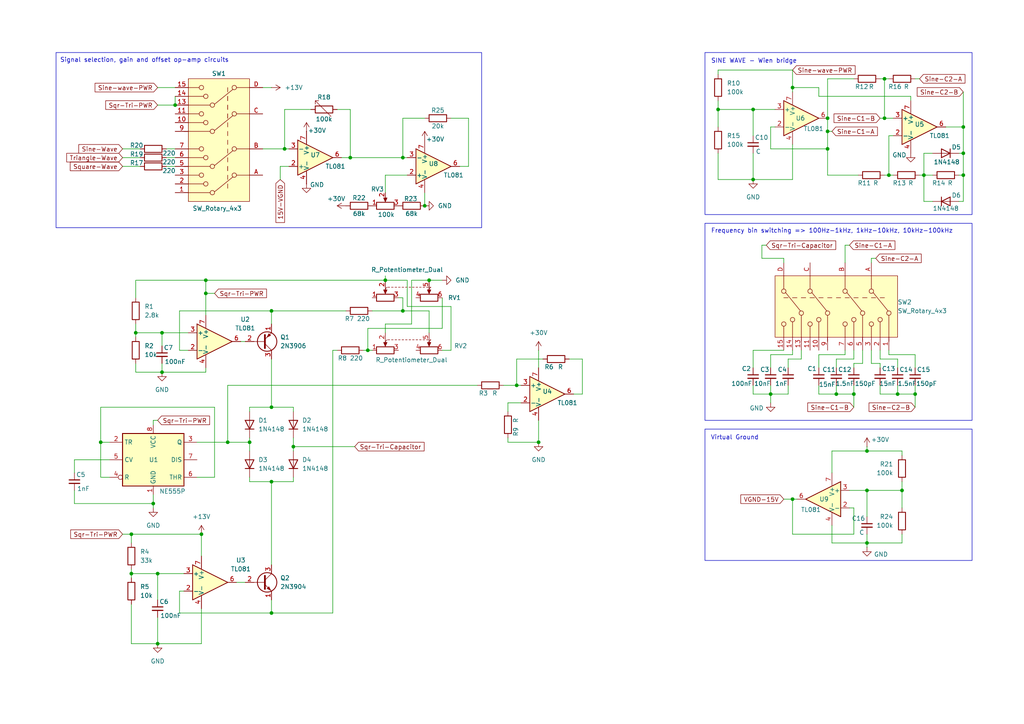
<source format=kicad_sch>
(kicad_sch (version 20250114) (generator "eeschema") (generator_version "9.0")
  (paper "A4")
  (title_block (title "E-Design 344 Analog Signal Generator Project") (date "2025-09-15") (rev "0.1") (company "BFJ KROG 27163296"))
  (lib_symbols
    (symbol "Amplifier_Operational:TL081" (pin_names (offset 0.127))
      (property "Reference" "U4" (at 0 0.762 0))
      (property "Value" "TL081" (at 5.842 -2.54 0))
      (symbol "TL081_1_1"
        (pin input line (at -7.62 2.54 0) (length 2.54) (name "+") (number "3"))
        (pin input line (at -7.62 -2.54 0) (length 2.54) (name "-") (number "2"))
        (pin power_in line (at -2.54 7.62 270) (length 3.81) (name "V+") (number "7"))
        (pin power_in line (at -2.54 -7.62 90) (length 3.81) (name "V-") (number "4"))
        (pin no_connect line (at 0 2.54 270) (length 2.54) (hide yes) (name "NC") (number "8"))
        (pin output line (at 7.62 0 180) (length 2.54) (name "~") (number "6"))
      )
    )
    (symbol "Device:C_Small" (pin_numbers (hide yes)) (pin_names (offset 0.254) (hide yes))
      (property "Reference" "C" (at 0.254 1.778 0))
      (property "Value" "C_Small" (at 0.254 -2.032 0))
      (symbol "C_Small_1_1"
        (pin passive line (at 0 2.54 270) (length 2.032) (name "~") (number "1"))
        (pin passive line (at 0 -2.54 90) (length 2.032) (name "~") (number "2"))
      )
    )
    (symbol "Device:R" (pin_numbers (hide yes)) (pin_names (offset 0))
      (property "Reference" "R" (at 2.032 0 90))
      (property "Value" "R" (at 0 0 90))
      (symbol "R_1_1"
        (pin passive line (at 0 3.81 270) (length 1.27) (name "~") (number "1"))
        (pin passive line (at 0 -3.81 90) (length 1.27) (name "~") (number "2"))
      )
    )
    (symbol "Device:R_Potentiometer" (pin_names (offset 1.016) (hide yes))
      (property "Reference" "RV" (at -4.445 0 90))
      (property "Value" "R_Potentiometer" (at -2.54 0 90))
      (symbol "R_Potentiometer_1_1"
        (pin passive line (at 0 3.81 270) (length 1.27) (name "1") (number "1"))
        (pin passive line (at 0 -3.81 90) (length 1.27) (name "3") (number "3"))
        (pin passive line (at 3.81 0 180) (length 1.27) (name "2") (number "2"))
      )
    )
    (symbol "Device:R_Potentiometer_Dual" (pin_names (offset 1.016) (hide yes))
      (property "Reference" "RV" (at 0 3.81 0))
      (property "Value" "R_Potentiometer_Dual" (at 0 1.905 0))
      (symbol "R_Potentiometer_Dual_1_1"
        (pin passive line (at -10.16 -2.54 0) (length 1.27) (name "1") (number "1"))
        (pin passive line (at -6.35 2.54 270) (length 2.54) (name "2") (number "2"))
        (pin passive line (at -2.54 -2.54 180) (length 1.27) (name "3") (number "3"))
        (pin passive line (at 2.54 -2.54 0) (length 1.27) (name "4") (number "4"))
        (pin passive line (at 6.35 2.54 270) (length 2.54) (name "5") (number "5"))
        (pin passive line (at 10.16 -2.54 180) (length 1.27) (name "6") (number "6"))
      )
    )
    (symbol "Device:R_Variable" (pin_numbers (hide yes)) (pin_names (offset 0))
      (property "Reference" "R" (at 2.54 -2.54 90))
      (property "Value" "R_Variable" (at -2.54 -1.27 90))
      (symbol "R_Variable_1_1"
        (pin passive line (at 0 3.81 270) (length 1.27) (name "~") (number "1"))
        (pin passive line (at 0 -3.81 90) (length 1.27) (name "~") (number "2"))
      )
    )
    (symbol "Diode:1N4148" (pin_numbers (hide yes)) (pin_names (hide yes))
      (property "Reference" "D" (at 0 2.54 0))
      (property "Value" "1N4148" (at 0 -2.54 0))
      (symbol "1N4148_1_1"
        (pin passive line (at -3.81 0 0) (length 2.54) (name "K") (number "1"))
        (pin passive line (at 3.81 0 180) (length 2.54) (name "A") (number "2"))
      )
    )
    (symbol "Switch:SW_Rotary_2x6" (pin_names (offset 1.016) (hide yes))
      (property "Reference" "SW2" (at -1.2701 17.78 90))
      (property "Value" "SW_Rotary_4x3" (at 1.2699 17.78 90))
      (symbol "SW_Rotary_2x6_1_1"
        (pin passive line (at -12.7 10.16 0) (length 3.81) (name "A") (number "A"))
        (pin passive line (at -12.7 2.54 0) (length 3.81) (name "B") (number "B"))
        (pin passive line (at -12.7 -7.62 0) (length 3.81) (name "C") (number "C"))
        (pin passive line (at -12.7 -15.24 0) (length 3.81) (name "D") (number "D"))
        (pin passive line (at 12.7 15.24 180) (length 3.81) (name "1") (number "1"))
        (pin passive line (at 12.7 12.7 180) (length 3.81) (name "2") (number "2"))
        (pin passive line (at 12.7 10.16 180) (length 3.81) (name "3") (number "3"))
        (pin passive line (at 12.7 7.62 180) (length 3.81) (name "1") (number "5"))
        (pin passive line (at 12.7 5.08 180) (length 3.81) (name "2") (number "6"))
        (pin passive line (at 12.7 2.54 180) (length 3.81) (name "3") (number "7"))
        (pin passive line (at 12.7 -2.54 180) (length 3.81) (name "1") (number "9"))
        (pin passive line (at 12.7 -5.08 180) (length 3.81) (name "2") (number "10"))
        (pin passive line (at 12.7 -7.62 180) (length 3.81) (name "3") (number "11"))
        (pin passive line (at 12.7 -10.16 180) (length 3.81) (name "1") (number "13"))
        (pin passive line (at 12.7 -12.7 180) (length 3.81) (name "2") (number "14"))
        (pin passive line (at 12.7 -15.24 180) (length 3.81) (name "3") (number "15"))
      )
    )
    (symbol "TL081_1" (pin_names (offset 0.127))
      (property "Reference" "U3" (at 8.89 6.4202 0))
      (property "Value" "TL081" (at 8.89 3.8802 0))
      (symbol "TL081_1_1_1"
        (pin input line (at -7.62 2.54 0) (length 2.54) (name "+") (number "3"))
        (pin input line (at -7.62 -2.54 0) (length 2.54) (name "-") (number "2"))
        (pin power_in line (at -2.54 7.62 270) (length 3.81) (name "V+") (number "7"))
        (pin power_in line (at -2.54 -7.62 90) (length 3.81) (name "V-") (number "4"))
        (pin no_connect line (at 0 2.54 270) (length 2.54) (hide yes) (name "NC") (number "8"))
        (pin output line (at 7.62 0 180) (length 2.54) (name "~") (number "6"))
      )
    )
    (symbol "TL081_2" (pin_names (offset 0.127))
      (property "Reference" "U2" (at 8.89 6.4202 0))
      (property "Value" "TL081" (at 8.89 3.8802 0))
      (symbol "TL081_2_1_1"
        (pin input line (at -7.62 2.54 0) (length 2.54) (name "+") (number "3"))
        (pin input line (at -7.62 -2.54 0) (length 2.54) (name "-") (number "2"))
        (pin power_in line (at -2.54 7.62 270) (length 3.81) (name "V+") (number "7"))
        (pin power_in line (at -2.54 -7.62 90) (length 3.81) (name "V-") (number "4"))
        (pin no_connect line (at 0 2.54 270) (length 2.54) (hide yes) (name "NC") (number "8"))
        (pin output line (at 7.62 0 180) (length 2.54) (name "~") (number "6"))
      )
    )
    (symbol "TL081_3" (pin_names (offset 0.127))
      (property "Reference" "U7" (at 0 0.762 0))
      (property "Value" "TL081" (at 5.842 -2.54 0))
      (symbol "TL081_3_1_1"
        (pin input line (at -7.62 2.54 0) (length 2.54) (name "-") (number "3"))
        (pin input line (at -7.62 -2.54 0) (length 2.54) (name "+") (number "2"))
        (pin power_in line (at -2.54 7.62 270) (length 3.81) (name "V+") (number "7"))
        (pin power_in line (at -2.54 -7.62 90) (length 3.81) (name "V-") (number "4"))
        (pin no_connect line (at 0 2.54 270) (length 2.54) (hide yes) (name "NC") (number "8"))
        (pin output line (at 7.62 0 180) (length 2.54) (name "~") (number "6"))
      )
    )
    (symbol "Timer:NE555P"
      (property "Reference" "U" (at -10.16 8.89 0))
      (property "Value" "NE555P" (at 2.54 8.89 0))
      (symbol "NE555P_0_0"
        (pin power_in line (at 0 10.16 270) (length 2.54) (name "VCC") (number "8"))
        (pin power_in line (at 0 -10.16 90) (length 2.54) (name "GND") (number "1"))
      )
      (symbol "NE555P_1_1"
        (pin input line (at -12.7 5.08 0) (length 3.81) (name "TR") (number "2"))
        (pin input line (at -12.7 0 0) (length 3.81) (name "CV") (number "5"))
        (pin input inverted (at -12.7 -5.08 0) (length 3.81) (name "R") (number "4"))
        (pin output line (at 12.7 5.08 180) (length 3.81) (name "Q") (number "3"))
        (pin input line (at 12.7 0 180) (length 3.81) (name "DIS") (number "7"))
        (pin input line (at 12.7 -5.08 180) (length 3.81) (name "THR") (number "6"))
      )
    )
    (symbol "Transistor_BJT:2N3904" (pin_names (offset 0) (hide yes))
      (property "Reference" "Q" (at 5.08 1.905 0))
      (property "Value" "2N3904" (at 5.08 0 0))
      (symbol "2N3904_1_1"
        (pin input line (at -5.08 0 0) (length 2.54) (name "B") (number "2"))
        (pin passive line (at 2.54 5.08 270) (length 2.54) (name "C") (number "3"))
        (pin passive line (at 2.54 -5.08 90) (length 2.54) (name "E") (number "1"))
      )
    )
    (symbol "Transistor_BJT:2N3906" (pin_names (offset 0) (hide yes))
      (property "Reference" "Q" (at 5.08 1.905 0))
      (property "Value" "2N3906" (at 5.08 0 0))
      (symbol "2N3906_1_1"
        (pin input line (at -5.08 0 0) (length 2.54) (name "B") (number "2"))
        (pin passive line (at 2.54 5.08 270) (length 2.54) (name "C") (number "3"))
        (pin passive line (at 2.54 -5.08 90) (length 2.54) (name "E") (number "1"))
      )
    )
    (symbol "power:+15V" (power) (pin_numbers (hide yes)) (pin_names (offset 0) (hide yes))
      (property "Value" "+15V" (at 0 3.556 0))
      (symbol "+15V_1_1"
        (pin power_in line (at 0 0 90) (length 0) (name "~") (number "1"))
      )
    )
    (symbol "power:+36V" (power) (pin_numbers (hide yes)) (pin_names (offset 0) (hide yes))
      (property "Value" "+36V" (at 0 3.556 0))
      (symbol "+36V_1_1"
        (pin power_in line (at 0 0 90) (length 0) (name "~") (number "1"))
      )
    )
    (symbol "power:GND" (power) (pin_numbers (hide yes)) (pin_names (offset 0) (hide yes))
      (property "Value" "GND" (at 0 -3.81 0))
      (symbol "GND_1_1"
        (pin power_in line (at 0 0 270) (length 0) (name "~") (number "1"))
      )
    )
  )
  (rectangle (start 204.47 15.24) (end 281.94 62.23))
  (rectangle (start 204.47 124.46) (end 281.94 162.56))
  (rectangle (start 16.256 15.24) (end 139.7 66.04))
  (rectangle (start 204.47 64.77) (end 281.94 121.92))
  (text "Frequency bin switching => 100Hz-1kHz, 1kHz-10kHz, 10kHz-100kHz" (at 241.3 67.056 0) (effects (font (size 1.27 1.27))))
  (text "Signal selection, gain and offset op-amp circuits" (at 41.91 17.526 0) (effects (font (size 1.27 1.27))))
  (text "Virtual Ground" (at 213.106 127 0) (effects (font (size 1.27 1.27))))
  (text "SINE WAVE - Wien bridge" (at 218.694 17.78 0) (effects (font (size 1.27 1.27))))
  (junction (at 85.09 129.54))
  (junction (at 240.03 43.18))
  (junction (at 44.45 146.05))
  (junction (at 279.4 50.8))
  (junction (at 78.74 118.11))
  (junction (at 261.62 142.24))
  (junction (at 265.43 114.3))
  (junction (at 59.69 81.28))
  (junction (at 123.19 59.69))
  (junction (at 72.39 128.27))
  (junction (at 46.99 107.95))
  (junction (at 247.65 114.3))
  (junction (at 256.54 34.29))
  (junction (at 218.44 52.07))
  (junction (at 78.74 90.17))
  (junction (at 256.54 22.86))
  (junction (at 78.74 177.8))
  (junction (at 116.84 90.17))
  (junction (at 29.21 128.27))
  (junction (at 106.68 101.6))
  (junction (at 101.6 45.72))
  (junction (at 46.99 96.52))
  (junction (at 78.74 139.7))
  (junction (at 82.55 43.18))
  (junction (at 58.42 154.94))
  (junction (at 156.21 128.27))
  (junction (at 229.87 144.78))
  (junction (at 116.84 45.72))
  (junction (at 279.4 36.83))
  (junction (at 279.4 44.45))
  (junction (at 223.52 114.3))
  (junction (at 38.1 154.94))
  (junction (at 66.04 128.27))
  (junction (at 59.69 85.09))
  (junction (at 251.46 130.81))
  (junction (at 38.1 166.37))
  (junction (at 257.81 50.8))
  (junction (at 229.87 25.4))
  (junction (at 149.86 111.76))
  (junction (at 240.03 38.1))
  (junction (at 251.46 157.48))
  (junction (at 111.76 81.28))
  (junction (at 240.03 34.29))
  (junction (at 218.44 31.75))
  (junction (at 124.46 81.28))
  (junction (at 45.72 186.69))
  (junction (at 251.46 142.24))
  (junction (at 267.97 50.8))
  (junction (at 39.37 96.52))
  (junction (at 45.72 166.37))
  (junction (at 242.57 114.3))
  (junction (at 50.8 30.48))
  (junction (at 260.35 114.3))
  (junction (at 208.28 31.75))
  (wire (pts (xy 220.98 71.12) (xy 222.25 71.12)))
  (wire (pts (xy 45.72 166.37) (xy 53.34 166.37)))
  (wire (pts (xy 251.46 142.24) (xy 251.46 149.86)))
  (wire (pts (xy 242.57 114.3) (xy 247.65 114.3)))
  (wire (pts (xy 72.39 127) (xy 72.39 128.27)))
  (wire (pts (xy 97.79 31.75) (xy 101.6 31.75)))
  (wire (pts (xy 266.7 50.8) (xy 267.97 50.8)))
  (wire (pts (xy 48.26 43.18) (xy 50.8 43.18)))
  (wire (pts (xy 116.84 34.29) (xy 116.84 45.72)))
  (wire (pts (xy 38.1 154.94) (xy 38.1 157.48)))
  (wire (pts (xy 208.28 20.32) (xy 208.28 21.59)))
  (wire (pts (xy 223.52 102.87) (xy 229.87 102.87)))
  (wire (pts (xy 38.1 154.94) (xy 58.42 154.94)))
  (wire (pts (xy 62.23 118.11) (xy 62.23 138.43)))
  (wire (pts (xy 237.49 27.94) (xy 264.16 27.94)))
  (wire (pts (xy 251.46 142.24) (xy 261.62 142.24)))
  (wire (pts (xy 39.37 81.28) (xy 59.69 81.28)))
  (wire (pts (xy 240.03 43.18) (xy 240.03 50.8)))
  (wire (pts (xy 257.81 39.37) (xy 257.81 50.8)))
  (wire (pts (xy 278.13 44.45) (xy 279.4 44.45)))
  (wire (pts (xy 44.45 121.92) (xy 44.45 123.19)))
  (wire (pts (xy 246.38 71.12) (xy 245.11 71.12)))
  (wire (pts (xy 35.56 154.94) (xy 38.1 154.94)))
  (wire (pts (xy 111.76 96.52) (xy 111.76 93.98)))
  (wire (pts (xy 46.99 96.52) (xy 46.99 100.33)))
  (wire (pts (xy 274.32 36.83) (xy 279.4 36.83)))
  (wire (pts (xy 240.03 22.86) (xy 240.03 34.29)))
  (wire (pts (xy 278.13 50.8) (xy 279.4 50.8)))
  (wire (pts (xy 78.74 177.8) (xy 52.07 177.8)))
  (wire (pts (xy 39.37 105.41) (xy 39.37 107.95)))
  (wire (pts (xy 35.56 43.18) (xy 40.64 43.18)))
  (wire (pts (xy 246.38 147.32) (xy 247.65 147.32)))
  (wire (pts (xy 247.65 106.68) (xy 247.65 105.41)))
  (wire (pts (xy 135.89 48.26) (xy 133.35 48.26)))
  (wire (pts (xy 227.33 76.2) (xy 227.33 74.93)))
  (wire (pts (xy 246.38 142.24) (xy 251.46 142.24)))
  (wire (pts (xy 208.28 31.75) (xy 218.44 31.75)))
  (wire (pts (xy 267.97 50.8) (xy 267.97 58.42)))
  (wire (pts (xy 278.13 58.42) (xy 279.4 58.42)))
  (wire (pts (xy 116.84 90.17) (xy 124.46 90.17)))
  (wire (pts (xy 45.72 25.4) (xy 50.8 25.4)))
  (wire (pts (xy 255.27 104.14) (xy 260.35 104.14)))
  (wire (pts (xy 256.54 34.29) (xy 259.08 34.29)))
  (wire (pts (xy 261.62 139.7) (xy 261.62 142.24)))
  (wire (pts (xy 53.34 171.45) (xy 52.07 171.45)))
  (wire (pts (xy 66.04 128.27) (xy 72.39 128.27)))
  (wire (pts (xy 44.45 146.05) (xy 44.45 147.32)))
  (wire (pts (xy 247.65 105.41) (xy 250.19 105.41)))
  (wire (pts (xy 130.81 101.6) (xy 128.27 101.6)))
  (wire (pts (xy 260.35 111.76) (xy 260.35 114.3)))
  (wire (pts (xy 85.09 129.54) (xy 102.87 129.54)))
  (wire (pts (xy 245.11 101.6) (xy 245.11 102.87)))
  (wire (pts (xy 44.45 146.05) (xy 44.45 143.51)))
  (wire (pts (xy 31.75 138.43) (xy 29.21 138.43)))
  (wire (pts (xy 45.72 179.07) (xy 45.72 186.69)))
  (wire (pts (xy 149.86 104.14) (xy 149.86 111.76)))
  (wire (pts (xy 229.87 20.32) (xy 229.87 25.4)))
  (wire (pts (xy 81.28 52.07) (xy 81.28 48.26)))
  (wire (pts (xy 96.52 101.6) (xy 96.52 177.8)))
  (wire (pts (xy 265.43 102.87) (xy 265.43 106.68)))
  (wire (pts (xy 270.51 44.45) (xy 267.97 44.45)))
  (wire (pts (xy 46.99 107.95) (xy 59.69 107.95)))
  (wire (pts (xy 118.11 81.28) (xy 118.11 88.9)))
  (wire (pts (xy 82.55 31.75) (xy 90.17 31.75)))
  (wire (pts (xy 247.65 22.86) (xy 240.03 22.86)))
  (wire (pts (xy 72.39 118.11) (xy 72.39 119.38)))
  (wire (pts (xy 251.46 157.48) (xy 241.3 157.48)))
  (wire (pts (xy 111.76 81.28) (xy 59.69 81.28)))
  (wire (pts (xy 130.81 88.9) (xy 130.81 101.6)))
  (wire (pts (xy 229.87 144.78) (xy 229.87 154.94)))
  (wire (pts (xy 52.07 171.45) (xy 52.07 177.8)))
  (wire (pts (xy 218.44 44.45) (xy 218.44 52.07)))
  (wire (pts (xy 45.72 30.48) (xy 50.8 30.48)))
  (wire (pts (xy 45.72 166.37) (xy 45.72 173.99)))
  (wire (pts (xy 35.56 45.72) (xy 40.64 45.72)))
  (wire (pts (xy 242.57 104.14) (xy 242.57 106.68)))
  (wire (pts (xy 46.99 105.41) (xy 46.99 107.95)))
  (wire (pts (xy 78.74 139.7) (xy 85.09 139.7)))
  (wire (pts (xy 116.84 34.29) (xy 123.19 34.29)))
  (wire (pts (xy 78.74 118.11) (xy 72.39 118.11)))
  (wire (pts (xy 255.27 105.41) (xy 252.73 105.41)))
  (wire (pts (xy 52.07 101.6) (xy 52.07 90.17)))
  (wire (pts (xy 106.68 95.25) (xy 106.68 101.6)))
  (wire (pts (xy 247.65 147.32) (xy 247.65 154.94)))
  (wire (pts (xy 59.69 85.09) (xy 62.23 85.09)))
  (wire (pts (xy 128.27 95.25) (xy 106.68 95.25)))
  (wire (pts (xy 261.62 130.81) (xy 251.46 130.81)))
  (wire (pts (xy 85.09 138.43) (xy 85.09 139.7)))
  (wire (pts (xy 96.52 101.6) (xy 97.79 101.6)))
  (wire (pts (xy 72.39 139.7) (xy 78.74 139.7)))
  (wire (pts (xy 245.11 71.12) (xy 245.11 76.2)))
  (wire (pts (xy 39.37 96.52) (xy 39.37 97.79)))
  (wire (pts (xy 228.6 114.3) (xy 228.6 111.76)))
  (wire (pts (xy 48.26 48.26) (xy 50.8 48.26)))
  (wire (pts (xy 208.28 31.75) (xy 208.28 36.83)))
  (wire (pts (xy 208.28 20.32) (xy 229.87 20.32)))
  (wire (pts (xy 123.19 55.88) (xy 123.19 59.69)))
  (wire (pts (xy 248.92 50.8) (xy 240.03 50.8)))
  (wire (pts (xy 229.87 144.78) (xy 231.14 144.78)))
  (wire (pts (xy 39.37 81.28) (xy 39.37 86.36)))
  (wire (pts (xy 279.4 58.42) (xy 279.4 50.8)))
  (wire (pts (xy 72.39 138.43) (xy 72.39 139.7)))
  (wire (pts (xy 279.4 26.67) (xy 279.4 36.83)))
  (wire (pts (xy 255.27 114.3) (xy 260.35 114.3)))
  (wire (pts (xy 252.73 74.93) (xy 252.73 76.2)))
  (wire (pts (xy 242.57 111.76) (xy 242.57 114.3)))
  (wire (pts (xy 265.43 114.3) (xy 265.43 111.76)))
  (wire (pts (xy 46.99 107.95) (xy 39.37 107.95)))
  (wire (pts (xy 165.1 104.14) (xy 168.91 104.14)))
  (wire (pts (xy 135.89 34.29) (xy 135.89 48.26)))
  (wire (pts (xy 147.32 119.38) (xy 147.32 116.84)))
  (wire (pts (xy 218.44 52.07) (xy 229.87 52.07)))
  (wire (pts (xy 256.54 50.8) (xy 257.81 50.8)))
  (wire (pts (xy 106.68 101.6) (xy 107.95 101.6)))
  (wire (pts (xy 223.52 106.68) (xy 223.52 102.87)))
  (wire (pts (xy 218.44 31.75) (xy 224.79 31.75)))
  (wire (pts (xy 237.49 114.3) (xy 242.57 114.3)))
  (wire (pts (xy 250.19 105.41) (xy 250.19 101.6)))
  (wire (pts (xy 208.28 44.45) (xy 208.28 52.07)))
  (wire (pts (xy 119.38 93.98) (xy 119.38 81.28)))
  (wire (pts (xy 279.4 36.83) (xy 279.4 44.45)))
  (wire (pts (xy 111.76 93.98) (xy 119.38 93.98)))
  (wire (pts (xy 237.49 25.4) (xy 237.49 27.94)))
  (wire (pts (xy 128.27 86.36) (xy 128.27 95.25)))
  (wire (pts (xy 255.27 111.76) (xy 255.27 114.3)))
  (wire (pts (xy 229.87 41.91) (xy 229.87 52.07)))
  (wire (pts (xy 224.79 36.83) (xy 223.52 36.83)))
  (wire (pts (xy 107.95 90.17) (xy 116.84 90.17)))
  (wire (pts (xy 45.72 186.69) (xy 38.1 186.69)))
  (wire (pts (xy 38.1 165.1) (xy 38.1 166.37)))
  (wire (pts (xy 156.21 101.6) (xy 156.21 106.68)))
  (wire (pts (xy 218.44 31.75) (xy 218.44 39.37)))
  (wire (pts (xy 59.69 85.09) (xy 59.69 91.44)))
  (wire (pts (xy 119.38 81.28) (xy 124.46 81.28)))
  (wire (pts (xy 118.11 88.9) (xy 130.81 88.9)))
  (wire (pts (xy 251.46 158.75) (xy 251.46 157.48)))
  (wire (pts (xy 29.21 118.11) (xy 29.21 128.27)))
  (wire (pts (xy 111.76 80.01) (xy 111.76 81.28)))
  (wire (pts (xy 247.65 114.3) (xy 247.65 111.76)))
  (wire (pts (xy 208.28 29.21) (xy 208.28 31.75)))
  (wire (pts (xy 261.62 130.81) (xy 261.62 132.08)))
  (wire (pts (xy 240.03 34.29) (xy 240.03 38.1)))
  (wire (pts (xy 111.76 55.88) (xy 111.76 50.8)))
  (wire (pts (xy 256.54 22.86) (xy 257.81 22.86)))
  (wire (pts (xy 264.16 27.94) (xy 264.16 29.21)))
  (wire (pts (xy 261.62 142.24) (xy 261.62 147.32)))
  (wire (pts (xy 66.04 128.27) (xy 66.04 111.76)))
  (wire (pts (xy 149.86 104.14) (xy 157.48 104.14)))
  (wire (pts (xy 85.09 119.38) (xy 85.09 118.11)))
  (wire (pts (xy 82.55 43.18) (xy 83.82 43.18)))
  (wire (pts (xy 35.56 48.26) (xy 40.64 48.26)))
  (wire (pts (xy 146.05 111.76) (xy 149.86 111.76)))
  (wire (pts (xy 255.27 106.68) (xy 255.27 105.41)))
  (wire (pts (xy 149.86 111.76) (xy 151.13 111.76)))
  (wire (pts (xy 76.2 25.4) (xy 78.74 25.4)))
  (wire (pts (xy 257.81 39.37) (xy 259.08 39.37)))
  (wire (pts (xy 78.74 104.14) (xy 78.74 118.11)))
  (wire (pts (xy 46.99 96.52) (xy 54.61 96.52)))
  (wire (pts (xy 267.97 44.45) (xy 267.97 50.8)))
  (wire (pts (xy 229.87 102.87) (xy 229.87 101.6)))
  (wire (pts (xy 257.81 101.6) (xy 257.81 102.87)))
  (wire (pts (xy 58.42 154.94) (xy 58.42 161.29)))
  (wire (pts (xy 116.84 45.72) (xy 118.11 45.72)))
  (wire (pts (xy 247.65 101.6) (xy 247.65 104.14)))
  (wire (pts (xy 255.27 101.6) (xy 255.27 104.14)))
  (wire (pts (xy 168.91 114.3) (xy 166.37 114.3)))
  (wire (pts (xy 266.7 22.86) (xy 265.43 22.86)))
  (wire (pts (xy 21.59 142.24) (xy 21.59 146.05)))
  (wire (pts (xy 257.81 50.8) (xy 259.08 50.8)))
  (wire (pts (xy 124.46 90.17) (xy 124.46 96.52)))
  (wire (pts (xy 111.76 81.28) (xy 118.11 81.28)))
  (wire (pts (xy 39.37 96.52) (xy 46.99 96.52)))
  (wire (pts (xy 265.43 114.3) (xy 265.43 118.11)))
  (wire (pts (xy 252.73 101.6) (xy 252.73 105.41)))
  (wire (pts (xy 52.07 90.17) (xy 78.74 90.17)))
  (wire (pts (xy 54.61 101.6) (xy 52.07 101.6)))
  (wire (pts (xy 218.44 101.6) (xy 218.44 106.68)))
  (wire (pts (xy 29.21 118.11) (xy 62.23 118.11)))
  (wire (pts (xy 255.27 34.29) (xy 256.54 34.29)))
  (wire (pts (xy 76.2 43.18) (xy 82.55 43.18)))
  (wire (pts (xy 29.21 138.43) (xy 29.21 128.27)))
  (wire (pts (xy 247.65 114.3) (xy 247.65 118.11)))
  (wire (pts (xy 130.81 34.29) (xy 135.89 34.29)))
  (wire (pts (xy 48.26 45.72) (xy 50.8 45.72)))
  (wire (pts (xy 147.32 128.27) (xy 156.21 128.27)))
  (wire (pts (xy 218.44 111.76) (xy 218.44 114.3)))
  (wire (pts (xy 251.46 130.81) (xy 241.3 130.81)))
  (wire (pts (xy 223.52 111.76) (xy 223.52 114.3)))
  (wire (pts (xy 45.72 121.92) (xy 44.45 121.92)))
  (wire (pts (xy 96.52 177.8) (xy 78.74 177.8)))
  (wire (pts (xy 21.59 137.16) (xy 21.59 133.35)))
  (wire (pts (xy 223.52 114.3) (xy 218.44 114.3)))
  (wire (pts (xy 232.41 104.14) (xy 232.41 101.6)))
  (wire (pts (xy 116.84 86.36) (xy 115.57 86.36)))
  (wire (pts (xy 261.62 154.94) (xy 261.62 157.48)))
  (wire (pts (xy 251.46 129.54) (xy 251.46 130.81)))
  (wire (pts (xy 21.59 146.05) (xy 44.45 146.05)))
  (wire (pts (xy 223.52 114.3) (xy 228.6 114.3)))
  (wire (pts (xy 229.87 154.94) (xy 247.65 154.94)))
  (wire (pts (xy 85.09 118.11) (xy 78.74 118.11)))
  (wire (pts (xy 279.4 44.45) (xy 279.4 50.8)))
  (wire (pts (xy 57.15 138.43) (xy 62.23 138.43)))
  (wire (pts (xy 245.11 102.87) (xy 237.49 102.87)))
  (wire (pts (xy 228.6 104.14) (xy 232.41 104.14)))
  (wire (pts (xy 105.41 101.6) (xy 106.68 101.6)))
  (wire (pts (xy 101.6 31.75) (xy 101.6 45.72)))
  (wire (pts (xy 58.42 176.53) (xy 58.42 186.69)))
  (wire (pts (xy 241.3 152.4) (xy 241.3 157.48)))
  (wire (pts (xy 116.84 86.36) (xy 116.84 90.17)))
  (wire (pts (xy 45.72 186.69) (xy 58.42 186.69)))
  (wire (pts (xy 59.69 107.95) (xy 59.69 106.68)))
  (wire (pts (xy 69.85 99.06) (xy 71.12 99.06)))
  (wire (pts (xy 255.27 22.86) (xy 256.54 22.86)))
  (wire (pts (xy 267.97 50.8) (xy 270.51 50.8)))
  (wire (pts (xy 78.74 90.17) (xy 78.74 93.98)))
  (wire (pts (xy 240.03 38.1) (xy 241.3 38.1)))
  (wire (pts (xy 128.27 81.28) (xy 124.46 81.28)))
  (wire (pts (xy 227.33 74.93) (xy 220.98 74.93)))
  (wire (pts (xy 68.58 168.91) (xy 71.12 168.91)))
  (wire (pts (xy 220.98 74.93) (xy 220.98 71.12)))
  (wire (pts (xy 237.49 111.76) (xy 237.49 114.3)))
  (wire (pts (xy 257.81 102.87) (xy 265.43 102.87)))
  (wire (pts (xy 254 74.93) (xy 252.73 74.93)))
  (wire (pts (xy 267.97 58.42) (xy 270.51 58.42)))
  (wire (pts (xy 82.55 31.75) (xy 82.55 43.18)))
  (wire (pts (xy 241.3 130.81) (xy 241.3 137.16)))
  (wire (pts (xy 260.35 114.3) (xy 265.43 114.3)))
  (wire (pts (xy 50.8 27.94) (xy 50.8 30.48)))
  (wire (pts (xy 66.04 111.76) (xy 138.43 111.76)))
  (wire (pts (xy 38.1 175.26) (xy 38.1 186.69)))
  (wire (pts (xy 156.21 121.92) (xy 156.21 128.27)))
  (wire (pts (xy 229.87 25.4) (xy 229.87 26.67)))
  (wire (pts (xy 260.35 104.14) (xy 260.35 106.68)))
  (wire (pts (xy 237.49 102.87) (xy 237.49 106.68)))
  (wire (pts (xy 72.39 128.27) (xy 72.39 130.81)))
  (wire (pts (xy 101.6 45.72) (xy 116.84 45.72)))
  (wire (pts (xy 38.1 166.37) (xy 45.72 166.37)))
  (wire (pts (xy 229.87 25.4) (xy 237.49 25.4)))
  (wire (pts (xy 81.28 48.26) (xy 83.82 48.26)))
  (wire (pts (xy 39.37 93.98) (xy 39.37 96.52)))
  (wire (pts (xy 256.54 22.86) (xy 256.54 34.29)))
  (wire (pts (xy 85.09 129.54) (xy 85.09 130.81)))
  (wire (pts (xy 85.09 127) (xy 85.09 129.54)))
  (wire (pts (xy 251.46 157.48) (xy 261.62 157.48)))
  (wire (pts (xy 223.52 36.83) (xy 223.52 43.18)))
  (wire (pts (xy 29.21 128.27) (xy 31.75 128.27)))
  (wire (pts (xy 78.74 90.17) (xy 100.33 90.17)))
  (wire (pts (xy 147.32 127) (xy 147.32 128.27)))
  (wire (pts (xy 78.74 139.7) (xy 78.74 163.83)))
  (wire (pts (xy 228.6 104.14) (xy 228.6 106.68)))
  (wire (pts (xy 247.65 104.14) (xy 242.57 104.14)))
  (wire (pts (xy 147.32 116.84) (xy 151.13 116.84)))
  (wire (pts (xy 111.76 50.8) (xy 118.11 50.8)))
  (wire (pts (xy 223.52 114.3) (xy 223.52 116.84)))
  (wire (pts (xy 21.59 133.35) (xy 31.75 133.35)))
  (wire (pts (xy 38.1 166.37) (xy 38.1 167.64)))
  (wire (pts (xy 101.6 45.72) (xy 99.06 45.72)))
  (wire (pts (xy 57.15 128.27) (xy 66.04 128.27)))
  (wire (pts (xy 78.74 173.99) (xy 78.74 177.8)))
  (wire (pts (xy 59.69 81.28) (xy 59.69 85.09)))
  (wire (pts (xy 251.46 154.94) (xy 251.46 157.48)))
  (wire (pts (xy 218.44 52.07) (xy 208.28 52.07)))
  (wire (pts (xy 227.33 144.78) (xy 229.87 144.78)))
  (wire (pts (xy 218.44 101.6) (xy 227.33 101.6)))
  (wire (pts (xy 240.03 43.18) (xy 223.52 43.18)))
  (wire (pts (xy 168.91 104.14) (xy 168.91 114.3)))
  (wire (pts (xy 240.03 38.1) (xy 240.03 43.18)))
  (global_label "Square-Wave" (shape input) (at 35.56 48.26 180) (property "Intersheetrefs" "${INTERSHEET_REFS}" (effects (hide yes))))
  (global_label "VGND-15V" (shape input) (at 227.33 144.78 180) (property "Intersheetrefs" "${INTERSHEET_REFS}" (effects (hide yes))))
  (global_label "Sine-C2-A" (shape input) (at 266.7 22.86 0) (property "Intersheetrefs" "${INTERSHEET_REFS}" (effects (hide yes))))
  (global_label "Sine-wave-PWR" (shape input) (at 45.72 25.4 180) (property "Intersheetrefs" "${INTERSHEET_REFS}" (effects (hide yes))))
  (global_label "Sqr-Tri-PWR" (shape input) (at 45.72 30.48 180) (property "Intersheetrefs" "${INTERSHEET_REFS}" (effects (hide yes))))
  (global_label "Triangle-Wave" (shape input) (at 35.56 45.72 180) (property "Intersheetrefs" "${INTERSHEET_REFS}" (effects (hide yes))))
  (global_label "Sine-C1-A" (shape input) (at 246.38 71.12 0) (property "Intersheetrefs" "${INTERSHEET_REFS}" (effects (hide yes))))
  (global_label "Sine-C2-B" (shape input) (at 265.43 118.11 180) (property "Intersheetrefs" "${INTERSHEET_REFS}" (effects (hide yes))))
  (global_label "Sqr-Tri-Capacitor" (shape input) (at 102.87 129.54 0) (property "Intersheetrefs" "${INTERSHEET_REFS}" (effects (hide yes))))
  (global_label "Sqr-Tri-PWR" (shape input) (at 45.72 121.92 0) (property "Intersheetrefs" "${INTERSHEET_REFS}" (effects (hide yes))))
  (global_label "Sqr-Tri-Capacitor" (shape input) (at 222.25 71.12 0) (property "Intersheetrefs" "${INTERSHEET_REFS}" (effects (hide yes))))
  (global_label "Sine-C1-B" (shape input) (at 247.65 118.11 180) (property "Intersheetrefs" "${INTERSHEET_REFS}" (effects (hide yes))))
  (global_label "Sine-C2-B" (shape input) (at 279.4 26.67 180) (property "Intersheetrefs" "${INTERSHEET_REFS}" (effects (hide yes))))
  (global_label "15V-VGND" (shape input) (at 81.28 52.07 270) (property "Intersheetrefs" "${INTERSHEET_REFS}" (effects (hide yes))))
  (global_label "Sqr-Tri-PWR" (shape input) (at 35.56 154.94 180) (property "Intersheetrefs" "${INTERSHEET_REFS}" (effects (hide yes))))
  (global_label "Sine-wave-PWR" (shape input) (at 229.87 20.32 0) (property "Intersheetrefs" "${INTERSHEET_REFS}" (effects (hide yes))))
  (global_label "Sqr-Tri-PWR" (shape input) (at 62.23 85.09 0) (property "Intersheetrefs" "${INTERSHEET_REFS}" (effects (hide yes))))
  (global_label "Sine-C1-A" (shape input) (at 241.3 38.1 0) (property "Intersheetrefs" "${INTERSHEET_REFS}" (effects (hide yes))))
  (global_label "Sine-C1-B" (shape input) (at 255.27 34.29 180) (property "Intersheetrefs" "${INTERSHEET_REFS}" (effects (hide yes))))
  (global_label "Sine-C2-A" (shape input) (at 254 74.93 0) (property "Intersheetrefs" "${INTERSHEET_REFS}" (effects (hide yes))))
  (global_label "Sine-Wave" (shape input) (at 35.56 43.18 180) (property "Intersheetrefs" "${INTERSHEET_REFS}" (effects (hide yes))))
  (symbol (lib_id "power:GND") (at 128.27 81.28 90) (unit 1)
    (property "Reference" "#PWR09" (effects (hide yes)))
    (property "Value" "GND" (at 132.08 81.2799 90) (effects (justify right)))
    (property "Description" "Power symbol creates a global label with name \"GND\" , ground" (effects (hide yes)))
  )
  (symbol (lib_id "Device:R") (at 274.32 50.8 90) (unit 1)
    (property "Reference" "R14" (at 272.288 53.086 90))
    (property "Value" "R" (at 275.59 53.086 90))
    (property "Description" "Resistor" (effects (hide yes)))
  )
  (symbol (lib_name "TL081_3") (lib_id "Amplifier_Operational:TL081") (at 125.73 48.26 0) (unit 1)
    (property "Reference" "U8" (at 125.73 47.498 0))
    (property "Value" "TL081" (at 131.572 50.8 0))
    (property "Footprint" "Package_DIP:DIP-8_W7.62mm" (effects (hide yes)))
    (property "Datasheet" "http://www.ti.com/lit/ds/symlink/tl081.pdf" (effects (hide yes)))
    (property "Description" "Single JFET-Input Operational Amplifiers, DIP-8/SOIC-8" (effects (hide yes)))
  )
  (symbol (lib_id "Switch:SW_Rotary_2x6") (at 63.5 40.64 180) (unit 1)
    (property "Reference" "SW1" (at 63.5 21.336 0))
    (property "Value" "SW_Rotary_4x3" (at 62.992 60.452 0))
    (property "Datasheet" "http://cdn-reichelt.de/documents/datenblatt/C200/DS-Serie%23LOR.pdf" (effects (hide yes)))
    (property "Description" "4 rotary switch with 3 positions" (effects (hide yes)))
  )
  (symbol (lib_id "Device:C_Small") (at 218.44 109.22 0) (unit 1)
    (property "Reference" "C2" (at 215.138 106.934 0) (effects (justify left)))
    (property "Value" "100nF" (at 212.09 111.252 0) (effects (justify left)))
    (property "Description" "Unpolarized capacitor, small symbol" (effects (hide yes)))
  )
  (symbol (lib_id "Device:R") (at 208.28 25.4 0) (unit 1)
    (property "Reference" "R10" (at 210.82 24.1299 0) (effects (justify left)))
    (property "Value" "100k" (at 210.82 26.6699 0) (effects (justify left)))
    (property "Description" "Resistor" (effects (hide yes)))
  )
  (symbol (lib_id "Device:R_Potentiometer_Dual") (at 118.11 83.82 0) (unit 1)
    (property "Reference" "RV1" (at 131.826 86.36 0))
    (property "Value" "R_Potentiometer_Dual" (at 118.11 78.232 0))
    (property "Description" "Dual potentiometer" (effects (hide yes)))
  )
  (symbol (lib_id "Device:C_Small") (at 237.49 109.22 0) (unit 1)
    (property "Reference" "C1" (at 234.188 106.934 0) (effects (justify left)))
    (property "Value" "15nF" (at 237.49 111.506 0) (effects (justify left)))
    (property "Description" "Unpolarized capacitor, small symbol" (effects (hide yes)))
  )
  (symbol (lib_id "Device:R") (at 251.46 22.86 90) (unit 1)
    (property "Reference" "R12" (at 249.936 25.146 90))
    (property "Value" "R" (at 252.73 25.146 90))
    (property "Description" "Resistor" (effects (hide yes)))
  )
  (symbol (lib_id "power:+15V") (at 123.19 40.64 0) (unit 1)
    (property "Reference" "#PWR05" (effects (hide yes)))
    (property "Value" "+30V" (at 126.238 40.386 0))
    (property "Description" "Power symbol creates a global label with name \"+13V\"" (effects (hide yes)))
  )
  (symbol (lib_id "Diode:1N4148") (at 85.09 123.19 90) (unit 1)
    (property "Reference" "D2" (at 87.63 121.9199 90) (effects (justify right)))
    (property "Value" "1N4148" (at 87.63 124.4599 90) (effects (justify right)))
    (property "Footprint" "Diode_THT:D_DO-35_SOD27_P7.62mm_Horizontal" (effects (hide yes)))
    (property "Datasheet" "https://assets.nexperia.com/documents/data-sheet/1N4148_1N4448.pdf" (effects (hide yes)))
    (property "Description" "100V 0.15A standard switching diode, DO-35" (effects (hide yes)))
    (property "Sim.Device" "D" (effects (hide yes)))
    (property "Sim.Pins" "1=K 2=A" (effects (hide yes)))
  )
  (symbol (lib_id "Device:R") (at 142.24 111.76 90) (unit 1)
    (property "Reference" "R3" (at 140.208 114.046 90))
    (property "Value" "R" (at 143.51 114.046 90))
    (property "Description" "Resistor" (effects (hide yes)))
  )
  (symbol (lib_name "TL081_1") (lib_id "Amplifier_Operational:TL081") (at 232.41 34.29 0) (unit 1)
    (property "Reference" "U6" (at 232.156 34.29 0))
    (property "Value" "TL081" (at 235.966 37.338 0))
    (property "Footprint" "Package_DIP:DIP-8_W7.62mm" (effects (hide yes)))
    (property "Datasheet" "http://www.ti.com/lit/ds/symlink/tl081.pdf" (effects (hide yes)))
    (property "Description" "Single JFET-Input Operational Amplifiers, DIP-8/SOIC-8" (effects (hide yes)))
  )
  (symbol (lib_id "Device:R") (at 38.1 171.45 0) (unit 1)
    (property "Reference" "R5" (at 40.64 170.1799 0) (effects (justify left)))
    (property "Value" "10k" (at 40.64 172.7199 0) (effects (justify left)))
    (property "Description" "Resistor" (effects (hide yes)))
  )
  (symbol (lib_id "Switch:SW_Rotary_2x6") (at 242.57 88.9 270) (unit 1)
    (property "Reference" "SW2" (at 260.35 87.6299 90) (effects (justify left)))
    (property "Value" "SW_Rotary_4x3" (at 260.35 90.1699 90) (effects (justify left)))
    (property "Datasheet" "http://cdn-reichelt.de/documents/datenblatt/C200/DS-Serie%23LOR.pdf" (effects (hide yes)))
    (property "Description" "4 rotary switch with 3 positions" (effects (hide yes)))
  )
  (symbol (lib_id "Device:R") (at 38.1 161.29 0) (unit 1)
    (property "Reference" "R4" (at 40.64 160.0199 0) (effects (justify left)))
    (property "Value" "33k" (at 40.64 162.5599 0) (effects (justify left)))
    (property "Description" "Resistor" (effects (hide yes)))
  )
  (symbol (lib_id "Device:C_Small") (at 242.57 109.22 0) (unit 1)
    (property "Reference" "C11" (at 238.506 107.188 0) (effects (justify left)))
    (property "Value" "1.5nF" (at 242.316 111.252 0) (effects (justify left)))
    (property "Description" "Unpolarized capacitor, small symbol" (effects (hide yes)))
  )
  (symbol (lib_id "Diode:1N4148") (at 72.39 123.19 90) (unit 1)
    (property "Reference" "D1" (at 74.93 121.9199 90) (effects (justify right)))
    (property "Value" "1N4148" (at 74.93 124.4599 90) (effects (justify right)))
    (property "Footprint" "Diode_THT:D_DO-35_SOD27_P7.62mm_Horizontal" (effects (hide yes)))
    (property "Datasheet" "https://assets.nexperia.com/documents/data-sheet/1N4148_1N4448.pdf" (effects (hide yes)))
    (property "Description" "100V 0.15A standard switching diode, DO-35" (effects (hide yes)))
    (property "Sim.Device" "D" (effects (hide yes)))
    (property "Sim.Pins" "1=K 2=A" (effects (hide yes)))
  )
  (symbol (lib_id "Device:R") (at 119.38 59.69 90) (unit 1)
    (property "Reference" "R23" (at 119.126 57.658 90))
    (property "Value" "68k" (at 119.38 61.976 90))
    (property "Description" "Resistor" (effects (hide yes)))
  )
  (symbol (lib_name "TL081_2") (lib_id "Amplifier_Operational:TL081") (at 62.23 99.06 0) (unit 1)
    (property "Reference" "U2" (at 71.12 92.6398 0))
    (property "Value" "TL081" (at 71.12 95.1798 0))
    (property "Footprint" "Package_DIP:DIP-8_W7.62mm" (effects (hide yes)))
    (property "Datasheet" "http://www.ti.com/lit/ds/symlink/tl081.pdf" (effects (hide yes)))
    (property "Description" "Single JFET-Input Operational Amplifiers, DIP-8/SOIC-8" (effects (hide yes)))
  )
  (symbol (lib_id "Device:C_Small") (at 21.59 139.7 0) (unit 1)
    (property "Reference" "C5" (at 22.098 137.668 0) (effects (justify left)))
    (property "Value" "1nF" (at 22.352 141.732 0) (effects (justify left)))
    (property "Description" "Unpolarized capacitor, small symbol" (effects (hide yes)))
  )
  (symbol (lib_name "TL081_3") (lib_id "Amplifier_Operational:TL081") (at 91.44 45.72 0) (unit 1)
    (property "Reference" "U7" (at 91.44 44.958 0))
    (property "Value" "TL081" (at 97.282 48.26 0))
    (property "Footprint" "Package_DIP:DIP-8_W7.62mm" (effects (hide yes)))
    (property "Datasheet" "http://www.ti.com/lit/ds/symlink/tl081.pdf" (effects (hide yes)))
    (property "Description" "Single JFET-Input Operational Amplifiers, DIP-8/SOIC-8" (effects (hide yes)))
  )
  (symbol (lib_id "power:GND") (at 264.16 44.45 0) (unit 1)
    (property "Reference" "#PWR013" (effects (hide yes)))
    (property "Value" "GND" (at 260.858 44.958 0))
    (property "Description" "Power symbol creates a global label with name \"GND\" , ground" (effects (hide yes)))
  )
  (symbol (lib_id "Device:C_Small") (at 218.44 41.91 0) (unit 1)
    (property "Reference" "C10" (at 218.948 39.878 0) (effects (justify left)))
    (property "Value" "C" (at 219.202 43.942 0) (effects (justify left)))
    (property "Description" "Unpolarized capacitor, small symbol" (effects (hide yes)))
  )
  (symbol (lib_id "Device:R") (at 252.73 50.8 90) (unit 1)
    (property "Reference" "R11" (at 250.698 53.086 90))
    (property "Value" "R" (at 254 53.086 90))
    (property "Description" "Resistor" (effects (hide yes)))
  )
  (symbol (lib_id "Device:R") (at 147.32 123.19 180) (unit 1)
    (property "Reference" "R9" (at 149.606 125.222 90))
    (property "Value" "R" (at 149.606 121.92 90))
    (property "Description" "Resistor" (effects (hide yes)))
  )
  (symbol (lib_id "power:GND") (at 218.44 52.07 0) (unit 1)
    (property "Reference" "#PWR015" (effects (hide yes)))
    (property "Value" "GND" (at 218.44 57.15 0))
    (property "Description" "Power symbol creates a global label with name \"GND\" , ground" (effects (hide yes)))
  )
  (symbol (lib_id "Device:R") (at 44.45 45.72 90) (unit 1)
    (property "Reference" "R19" (at 39.624 44.704 90))
    (property "Value" "220" (at 49.022 46.99 90))
    (property "Description" "Resistor" (effects (hide yes)))
  )
  (symbol (lib_id "Device:C_Small") (at 247.65 109.22 0) (unit 1)
    (property "Reference" "C12" (at 243.078 107.188 0) (effects (justify left)))
    (property "Value" "150pF" (at 247.904 111.252 0) (effects (justify left)))
    (property "Description" "Unpolarized capacitor, small symbol" (effects (hide yes)))
  )
  (symbol (lib_id "power:+15V") (at 58.42 154.94 0) (unit 1)
    (property "Reference" "#PWR06" (effects (hide yes)))
    (property "Value" "+13V" (at 58.42 149.86 0))
    (property "Description" "Power symbol creates a global label with name \"+13V\"" (effects (hide yes)))
  )
  (symbol (lib_id "Amplifier_Operational:TL081") (at 266.7 36.83 0) (unit 1)
    (property "Reference" "U5" (at 266.7 36.068 0))
    (property "Value" "TL081" (at 272.542 39.37 0))
    (property "Footprint" "Package_DIP:DIP-8_W7.62mm" (effects (hide yes)))
    (property "Datasheet" "http://www.ti.com/lit/ds/symlink/tl081.pdf" (effects (hide yes)))
    (property "Description" "Single JFET-Input Operational Amplifiers, DIP-8/SOIC-8" (effects (hide yes)))
  )
  (symbol (lib_id "power:GND") (at 251.46 158.75 0) (mirror y) (unit 1)
    (property "Reference" "#PWR014" (effects (hide yes)))
    (property "Value" "GND" (at 255.524 160.782 0))
    (property "Description" "Power symbol creates a global label with name \"GND\" , ground" (effects (hide yes)))
  )
  (symbol (lib_id "Device:R") (at 44.45 43.18 90) (unit 1)
    (property "Reference" "R20" (at 39.624 42.164 90))
    (property "Value" "220" (at 49.022 44.45 90))
    (property "Description" "Resistor" (effects (hide yes)))
  )
  (symbol (lib_id "Device:R") (at 262.89 50.8 90) (unit 1)
    (property "Reference" "R13" (at 260.858 53.086 90))
    (property "Value" "R" (at 264.16 53.086 90))
    (property "Description" "Resistor" (effects (hide yes)))
  )
  (symbol (lib_id "Device:C_Small") (at 255.27 109.22 0) (unit 1)
    (property "Reference" "C13" (at 255.778 106.934 0) (effects (justify left)))
    (property "Value" "15nF" (at 255.016 111.252 0) (effects (justify left)))
    (property "Description" "Unpolarized capacitor, small symbol" (effects (hide yes)))
  )
  (symbol (lib_id "Device:C_Small") (at 228.6 109.22 0) (unit 1)
    (property "Reference" "C4" (at 225.552 107.188 0) (effects (justify left)))
    (property "Value" "1nF" (at 224.79 111.252 0) (effects (justify left)))
    (property "Description" "Unpolarized capacitor, small symbol" (effects (hide yes)))
  )
  (symbol (lib_id "Device:C_Small") (at 46.99 102.87 0) (unit 1)
    (property "Reference" "C7" (at 47.498 100.838 0) (effects (justify left)))
    (property "Value" "100nF" (at 47.752 104.902 0) (effects (justify left)))
    (property "Description" "Unpolarized capacitor, small symbol" (effects (hide yes)))
  )
  (symbol (lib_id "power:GND") (at 45.72 186.69 0) (unit 1)
    (property "Reference" "#PWR02" (effects (hide yes)))
    (property "Value" "GND" (at 45.72 191.77 0))
    (property "Description" "Power symbol creates a global label with name \"GND\" , ground" (effects (hide yes)))
  )
  (symbol (lib_id "Diode:1N4148") (at 72.39 134.62 90) (unit 1)
    (property "Reference" "D3" (at 74.93 133.3499 90) (effects (justify right)))
    (property "Value" "1N4148" (at 74.93 135.8899 90) (effects (justify right)))
    (property "Footprint" "Diode_THT:D_DO-35_SOD27_P7.62mm_Horizontal" (effects (hide yes)))
    (property "Datasheet" "https://assets.nexperia.com/documents/data-sheet/1N4148_1N4448.pdf" (effects (hide yes)))
    (property "Description" "100V 0.15A standard switching diode, DO-35" (effects (hide yes)))
    (property "Sim.Device" "D" (effects (hide yes)))
    (property "Sim.Pins" "1=K 2=A" (effects (hide yes)))
  )
  (symbol (lib_id "Device:C_Small") (at 251.46 152.4 0) (mirror y) (unit 1)
    (property "Reference" "C16" (at 250.952 150.368 0) (effects (justify left)))
    (property "Value" "C" (at 250.698 154.432 0) (effects (justify left)))
    (property "Description" "Unpolarized capacitor, small symbol" (effects (hide yes)))
  )
  (symbol (lib_id "Device:C_Small") (at 260.35 109.22 0) (unit 1)
    (property "Reference" "C14" (at 260.858 107.188 0) (effects (justify left)))
    (property "Value" "1.5nF" (at 260.35 111.252 0) (effects (justify left)))
    (property "Description" "Unpolarized capacitor, small symbol" (effects (hide yes)))
  )
  (symbol (lib_id "power:GND") (at 123.19 59.69 90) (unit 1)
    (property "Reference" "#PWR08" (effects (hide yes)))
    (property "Value" "GND" (at 127 59.6899 90) (effects (justify right)))
    (property "Description" "Power symbol creates a global label with name \"GND\" , ground" (effects (hide yes)))
  )
  (symbol (lib_name "TL081_1") (lib_id "Amplifier_Operational:TL081") (at 238.76 144.78 0) (mirror y) (unit 1)
    (property "Reference" "U9" (at 239.014 144.78 0))
    (property "Value" "TL081" (at 235.204 147.828 0))
    (property "Footprint" "Package_DIP:DIP-8_W7.62mm" (effects (hide yes)))
    (property "Datasheet" "http://www.ti.com/lit/ds/symlink/tl081.pdf" (effects (hide yes)))
    (property "Description" "Single JFET-Input Operational Amplifiers, DIP-8/SOIC-8" (effects (hide yes)))
  )
  (symbol (lib_id "Diode:1N4148") (at 274.32 44.45 180) (unit 1)
    (property "Reference" "D5" (at 277.368 42.672 0))
    (property "Value" "1N4148" (at 274.574 46.99 0))
    (property "Footprint" "Diode_THT:D_DO-35_SOD27_P7.62mm_Horizontal" (effects (hide yes)))
    (property "Datasheet" "https://assets.nexperia.com/documents/data-sheet/1N4148_1N4448.pdf" (effects (hide yes)))
    (property "Description" "100V 0.15A standard switching diode, DO-35" (effects (hide yes)))
    (property "Sim.Device" "D" (effects (hide yes)))
    (property "Sim.Pins" "1=K 2=A" (effects (hide yes)))
  )
  (symbol (lib_id "Device:R") (at 127 34.29 90) (unit 1)
    (property "Reference" "R25" (at 127 32.004 90))
    (property "Value" "20k" (at 127 36.576 90))
    (property "Description" "Resistor" (effects (hide yes)))
  )
  (symbol (lib_id "power:GND") (at 44.45 147.32 0) (unit 1)
    (property "Reference" "#PWR04" (effects (hide yes)))
    (property "Value" "GND" (at 44.45 152.4 0))
    (property "Description" "Power symbol creates a global label with name \"GND\" , ground" (effects (hide yes)))
  )
  (symbol (lib_id "Device:R") (at 208.28 40.64 0) (unit 1)
    (property "Reference" "R15" (at 210.82 39.3699 0) (effects (justify left)))
    (property "Value" "100k" (at 210.82 41.9099 0) (effects (justify left)))
    (property "Description" "Resistor" (effects (hide yes)))
  )
  (symbol (lib_id "Device:R_Potentiometer_Dual") (at 118.11 99.06 0) (unit 1)
    (property "Reference" "RV2" (at 133.604 100.33 0))
    (property "Value" "R_Potentiometer_Dual" (at 119.38 104.394 0))
    (property "Description" "Dual potentiometer" (effects (hide yes)))
  )
  (symbol (lib_id "power:GND") (at 223.52 116.84 0) (unit 1)
    (property "Reference" "#PWR03" (effects (hide yes)))
    (property "Value" "GND" (at 219.456 118.364 0))
    (property "Description" "Power symbol creates a global label with name \"GND\" , ground" (effects (hide yes)))
  )
  (symbol (lib_id "Device:C_Small") (at 223.52 109.22 0) (unit 1)
    (property "Reference" "C3" (at 220.472 107.188 0) (effects (justify left)))
    (property "Value" "10nF" (at 218.694 111.252 0) (effects (justify left)))
    (property "Description" "Unpolarized capacitor, small symbol" (effects (hide yes)))
  )
  (symbol (lib_id "power:GND") (at 156.21 128.27 0) (unit 1)
    (property "Reference" "#PWR011" (effects (hide yes)))
    (property "Value" "GND" (at 156.21 133.35 0))
    (property "Description" "Power symbol creates a global label with name \"GND\" , ground" (effects (hide yes)))
  )
  (symbol (lib_id "Device:R") (at 161.29 104.14 90) (unit 1)
    (property "Reference" "R6" (at 159.258 106.426 90))
    (property "Value" "R" (at 162.56 106.426 90))
    (property "Description" "Resistor" (effects (hide yes)))
  )
  (symbol (lib_id "Device:R") (at 104.14 59.69 90) (unit 1)
    (property "Reference" "R22" (at 104.14 57.404 90))
    (property "Value" "68k" (at 104.14 61.976 90))
    (property "Description" "Resistor" (effects (hide yes)))
  )
  (symbol (lib_id "Timer:NE555P") (at 44.45 133.35 0) (unit 1)
    (property "Reference" "U1" (at 43.18 133.35 0) (effects (justify left)))
    (property "Value" "NE555P" (at 46.228 142.494 0) (effects (justify left)))
    (property "Footprint" "Package_DIP:DIP-8_W7.62mm" (effects (hide yes)))
    (property "Datasheet" "http://www.ti.com/lit/ds/symlink/ne555.pdf" (effects (hide yes)))
    (property "Description" "Precision Timers, 555 compatible,  PDIP-8" (effects (hide yes)))
  )
  (symbol (lib_id "power:+15V") (at 156.21 101.6 0) (unit 1)
    (property "Reference" "#PWR010" (effects (hide yes)))
    (property "Value" "+30V" (at 156.21 96.52 0))
    (property "Description" "Power symbol creates a global label with name \"+13V\"" (effects (hide yes)))
  )
  (symbol (lib_id "power:+15V") (at 88.9 38.1 0) (unit 1)
    (property "Reference" "#PWR016" (effects (hide yes)))
    (property "Value" "+30V" (at 91.948 37.846 0))
    (property "Description" "Power symbol creates a global label with name \"+13V\"" (effects (hide yes)))
  )
  (symbol (lib_id "Device:R") (at 261.62 151.13 0) (mirror y) (unit 1)
    (property "Reference" "R24" (at 259.08 149.8599 0) (effects (justify left)))
    (property "Value" "100k" (at 259.08 152.3999 0) (effects (justify left)))
    (property "Description" "Resistor" (effects (hide yes)))
  )
  (symbol (lib_id "Device:R_Variable") (at 93.98 31.75 90) (unit 1)
    (property "Reference" "R18" (at 93.98 28.194 90))
    (property "Value" "100k" (at 93.98 34.544 90))
    (property "Description" "Variable resistor" (effects (hide yes)))
  )
  (symbol (lib_id "power:+36V") (at 251.46 129.54 0) (mirror y) (unit 1)
    (property "Reference" "#PWR012" (effects (hide yes)))
    (property "Value" "+30V" (at 255.27 127.508 0))
    (property "Description" "Power symbol creates a global label with name \"+36V\"" (effects (hide yes)))
  )
  (symbol (lib_id "Device:R") (at 261.62 135.89 0) (mirror y) (unit 1)
    (property "Reference" "R21" (at 259.08 134.6199 0) (effects (justify left)))
    (property "Value" "100k" (at 259.08 137.1599 0) (effects (justify left)))
    (property "Description" "Resistor" (effects (hide yes)))
  )
  (symbol (lib_id "power:GND") (at 88.9 53.34 0) (unit 1)
    (property "Reference" "#PWR019" (effects (hide yes)))
    (property "Value" "GND" (at 91.948 53.594 0))
    (property "Description" "Power symbol creates a global label with name \"GND\" , ground" (effects (hide yes)))
  )
  (symbol (lib_name "TL081_1") (lib_id "Amplifier_Operational:TL081") (at 60.96 168.91 0) (unit 1)
    (property "Reference" "U3" (at 69.85 162.4898 0))
    (property "Value" "TL081" (at 69.85 165.0298 0))
    (property "Footprint" "Package_DIP:DIP-8_W7.62mm" (effects (hide yes)))
    (property "Datasheet" "http://www.ti.com/lit/ds/symlink/tl081.pdf" (effects (hide yes)))
    (property "Description" "Single JFET-Input Operational Amplifiers, DIP-8/SOIC-8" (effects (hide yes)))
  )
  (symbol (lib_id "Device:R") (at 39.37 90.17 0) (unit 1)
    (property "Reference" "R1" (at 41.91 88.8999 0) (effects (justify left)))
    (property "Value" "2.8k" (at 41.91 91.4399 0) (effects (justify left)))
    (property "Description" "Resistor" (effects (hide yes)))
  )
  (symbol (lib_id "Device:R") (at 101.6 101.6 90) (unit 1)
    (property "Reference" "R8" (at 99.314 103.886 90))
    (property "Value" "220" (at 103.378 103.886 90))
    (property "Description" "Resistor" (effects (hide yes)))
  )
  (symbol (lib_id "Device:R") (at 261.62 22.86 90) (unit 1)
    (property "Reference" "R16" (at 259.588 25.146 90))
    (property "Value" "R" (at 262.89 25.146 90))
    (property "Description" "Resistor" (effects (hide yes)))
  )
  (symbol (lib_id "Transistor_BJT:2N3906") (at 76.2 99.06 0) (mirror x) (unit 1)
    (property "Reference" "Q1" (at 81.28 97.7899 0) (effects (justify left)))
    (property "Value" "2N3906" (at 81.28 100.3299 0) (effects (justify left)))
    (property "Footprint" "Package_TO_SOT_THT:TO-92_Inline" (effects (hide yes)))
    (property "Datasheet" "https://www.onsemi.com/pub/Collateral/2N3906-D.PDF" (effects (hide yes)))
    (property "Description" "-0.2A Ic, -40V Vce, Small Signal PNP Transistor, TO-92" (effects (hide yes)))
  )
  (symbol (lib_id "power:GND") (at 46.99 107.95 0) (unit 1)
    (property "Reference" "#PWR01" (effects (hide yes)))
    (property "Value" "GND" (at 46.99 113.03 0))
    (property "Description" "Power symbol creates a global label with name \"GND\" , ground" (effects (hide yes)))
  )
  (symbol (lib_id "Device:C_Small") (at 45.72 176.53 0) (unit 1)
    (property "Reference" "C6" (at 46.228 174.498 0) (effects (justify left)))
    (property "Value" "100nF" (at 46.482 178.562 0) (effects (justify left)))
    (property "Description" "Unpolarized capacitor, small symbol" (effects (hide yes)))
  )
  (symbol (lib_id "Amplifier_Operational:TL081") (at 158.75 114.3 0) (unit 1)
    (property "Reference" "U4" (at 158.75 113.538 0))
    (property "Value" "TL081" (at 164.592 116.84 0))
    (property "Footprint" "Package_DIP:DIP-8_W7.62mm" (effects (hide yes)))
    (property "Datasheet" "http://www.ti.com/lit/ds/symlink/tl081.pdf" (effects (hide yes)))
    (property "Description" "Single JFET-Input Operational Amplifiers, DIP-8/SOIC-8" (effects (hide yes)))
  )
  (symbol (lib_id "Device:R") (at 104.14 90.17 90) (unit 1)
    (property "Reference" "R7" (at 101.346 92.456 90))
    (property "Value" "220" (at 105.41 92.456 90))
    (property "Description" "Resistor" (effects (hide yes)))
  )
  (symbol (lib_id "Device:C_Small") (at 265.43 109.22 0) (unit 1)
    (property "Reference" "C15" (at 265.938 107.188 0) (effects (justify left)))
    (property "Value" "150pF" (at 265.684 111.252 0) (effects (justify left)))
    (property "Description" "Unpolarized capacitor, small symbol" (effects (hide yes)))
  )
  (symbol (lib_id "Transistor_BJT:2N3904") (at 76.2 168.91 0) (unit 1)
    (property "Reference" "Q2" (at 81.28 167.6399 0) (effects (justify left)))
    (property "Value" "2N3904" (at 81.28 170.1799 0) (effects (justify left)))
    (property "Footprint" "Package_TO_SOT_THT:TO-92_Inline" (effects (hide yes)))
    (property "Datasheet" "https://www.onsemi.com/pub/Collateral/2N3903-D.PDF" (effects (hide yes)))
    (property "Description" "0.2A Ic, 40V Vce, Small Signal NPN Transistor, TO-92" (effects (hide yes)))
  )
  (symbol (lib_id "Device:R") (at 44.45 48.26 90) (unit 1)
    (property "Reference" "R17" (at 39.624 47.244 90))
    (property "Value" "220" (at 49.022 49.53 90))
    (property "Description" "Resistor" (effects (hide yes)))
  )
  (symbol (lib_id "Device:R") (at 39.37 101.6 0) (unit 1)
    (property "Reference" "R2" (at 41.91 100.3299 0) (effects (justify left)))
    (property "Value" "10k" (at 41.91 102.8699 0) (effects (justify left)))
    (property "Description" "Resistor" (effects (hide yes)))
  )
  (symbol (lib_id "power:+15V") (at 100.33 59.69 90) (unit 1)
    (property "Reference" "#PWR07" (effects (hide yes)))
    (property "Value" "+30V" (at 97.536 57.658 90))
    (property "Description" "Power symbol creates a global label with name \"+13V\"" (effects (hide yes)))
  )
  (symbol (lib_id "Diode:1N4148") (at 274.32 58.42 0) (unit 1)
    (property "Reference" "D6" (at 277.368 56.642 0))
    (property "Value" "1N4148" (at 274.32 60.452 0))
    (property "Footprint" "Diode_THT:D_DO-35_SOD27_P7.62mm_Horizontal" (effects (hide yes)))
    (property "Datasheet" "https://assets.nexperia.com/documents/data-sheet/1N4148_1N4448.pdf" (effects (hide yes)))
    (property "Description" "100V 0.15A standard switching diode, DO-35" (effects (hide yes)))
    (property "Sim.Device" "D" (effects (hide yes)))
    (property "Sim.Pins" "1=K 2=A" (effects (hide yes)))
  )
  (symbol (lib_id "power:+15V") (at 78.74 25.4 270) (unit 1)
    (property "Reference" "#PWR017" (effects (hide yes)))
    (property "Value" "+13V" (at 82.55 25.3999 90) (effects (justify left)))
    (property "Description" "Power symbol creates a global label with name \"+13V\"" (effects (hide yes)))
  )
  (symbol (lib_id "Diode:1N4148") (at 85.09 134.62 90) (unit 1)
    (property "Reference" "D4" (at 87.63 133.3499 90) (effects (justify right)))
    (property "Value" "1N4148" (at 87.63 135.8899 90) (effects (justify right)))
    (property "Footprint" "Diode_THT:D_DO-35_SOD27_P7.62mm_Horizontal" (effects (hide yes)))
    (property "Datasheet" "https://assets.nexperia.com/documents/data-sheet/1N4148_1N4448.pdf" (effects (hide yes)))
    (property "Description" "100V 0.15A standard switching diode, DO-35" (effects (hide yes)))
    (property "Sim.Device" "D" (effects (hide yes)))
    (property "Sim.Pins" "1=K 2=A" (effects (hide yes)))
  )
  (symbol (lib_id "Device:R_Potentiometer") (at 111.76 59.69 90) (unit 1)
    (property "Reference" "RV3" (at 109.474 54.864 90))
    (property "Value" "100k" (at 112.014 62.23 90))
    (property "Description" "Potentiometer" (effects (hide yes)))
  )
)
</source>
